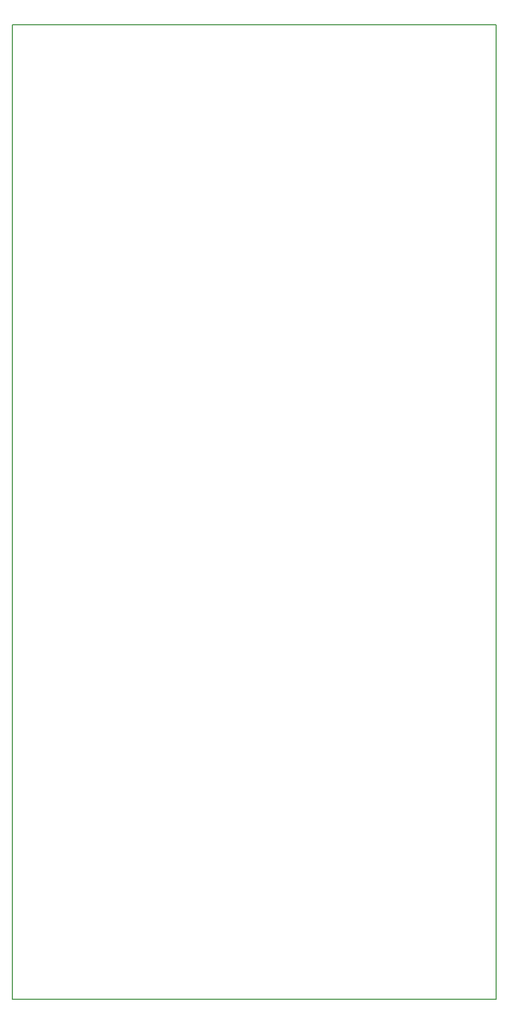
<source format=gbr>
%TF.GenerationSoftware,KiCad,Pcbnew,(5.99.0-9544-g366189b864)*%
%TF.CreationDate,2021-03-13T12:07:28+00:00*%
%TF.ProjectId,europi_main_v2,6575726f-7069-45f6-9d61-696e5f76322e,2.0*%
%TF.SameCoordinates,Original*%
%TF.FileFunction,Profile,NP*%
%FSLAX46Y46*%
G04 Gerber Fmt 4.6, Leading zero omitted, Abs format (unit mm)*
G04 Created by KiCad (PCBNEW (5.99.0-9544-g366189b864)) date 2021-03-13 12:07:28*
%MOMM*%
%LPD*%
G01*
G04 APERTURE LIST*
%TA.AperFunction,Profile*%
%ADD10C,0.150000*%
%TD*%
G04 APERTURE END LIST*
D10*
X102000000Y-177500000D02*
X22500000Y-177500000D01*
X102000000Y-17500000D02*
X102000000Y-177500000D01*
X22500000Y-17500000D02*
X102000000Y-17500000D01*
X22500000Y-177500000D02*
X22500000Y-17500000D01*
M02*

</source>
